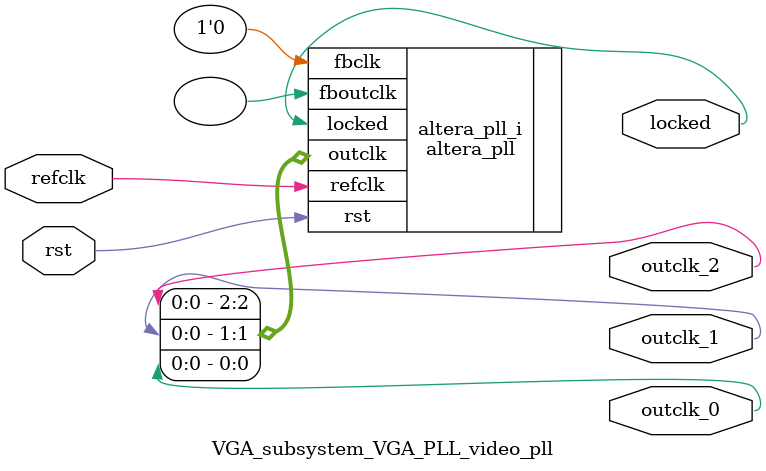
<source format=v>
`timescale 1ns/10ps
module  VGA_subsystem_VGA_PLL_video_pll(

	// interface 'refclk'
	input wire refclk,

	// interface 'reset'
	input wire rst,

	// interface 'outclk0'
	output wire outclk_0,

	// interface 'outclk1'
	output wire outclk_1,

	// interface 'outclk2'
	output wire outclk_2,

	// interface 'locked'
	output wire locked
);

	altera_pll #(
		.fractional_vco_multiplier("false"),
		.reference_clock_frequency("50.0 MHz"),
		.operation_mode("direct"),
		.number_of_clocks(3),
		.output_clock_frequency0("25.000000 MHz"),
		.phase_shift0("0 ps"),
		.duty_cycle0(50),
		.output_clock_frequency1("25.000000 MHz"),
		.phase_shift1("0 ps"),
		.duty_cycle1(50),
		.output_clock_frequency2("33.000000 MHz"),
		.phase_shift2("0 ps"),
		.duty_cycle2(50),
		.output_clock_frequency3("0 MHz"),
		.phase_shift3("0 ps"),
		.duty_cycle3(50),
		.output_clock_frequency4("0 MHz"),
		.phase_shift4("0 ps"),
		.duty_cycle4(50),
		.output_clock_frequency5("0 MHz"),
		.phase_shift5("0 ps"),
		.duty_cycle5(50),
		.output_clock_frequency6("0 MHz"),
		.phase_shift6("0 ps"),
		.duty_cycle6(50),
		.output_clock_frequency7("0 MHz"),
		.phase_shift7("0 ps"),
		.duty_cycle7(50),
		.output_clock_frequency8("0 MHz"),
		.phase_shift8("0 ps"),
		.duty_cycle8(50),
		.output_clock_frequency9("0 MHz"),
		.phase_shift9("0 ps"),
		.duty_cycle9(50),
		.output_clock_frequency10("0 MHz"),
		.phase_shift10("0 ps"),
		.duty_cycle10(50),
		.output_clock_frequency11("0 MHz"),
		.phase_shift11("0 ps"),
		.duty_cycle11(50),
		.output_clock_frequency12("0 MHz"),
		.phase_shift12("0 ps"),
		.duty_cycle12(50),
		.output_clock_frequency13("0 MHz"),
		.phase_shift13("0 ps"),
		.duty_cycle13(50),
		.output_clock_frequency14("0 MHz"),
		.phase_shift14("0 ps"),
		.duty_cycle14(50),
		.output_clock_frequency15("0 MHz"),
		.phase_shift15("0 ps"),
		.duty_cycle15(50),
		.output_clock_frequency16("0 MHz"),
		.phase_shift16("0 ps"),
		.duty_cycle16(50),
		.output_clock_frequency17("0 MHz"),
		.phase_shift17("0 ps"),
		.duty_cycle17(50),
		.pll_type("General"),
		.pll_subtype("General")
	) altera_pll_i (
		.rst	(rst),
		.outclk	({outclk_2, outclk_1, outclk_0}),
		.locked	(locked),
		.fboutclk	( ),
		.fbclk	(1'b0),
		.refclk	(refclk)
	);
endmodule


</source>
